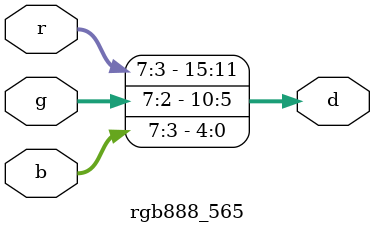
<source format=v>
module rgb888_565(
	input [7:0] r,g,b,
	output [15:0] d
);
assign d[15:11]=r[7:3];
assign d[10:5]=g[7:2];
assign d[4:0]=b[7:3];
endmodule
</source>
